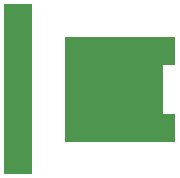
<source format=gbr>
%TF.GenerationSoftware,KiCad,Pcbnew,4.0.5+dfsg1-4*%
%TF.CreationDate,2019-06-07T17:57:55-04:00*%
%TF.ProjectId,u2f,7532662E6B696361645F706362000000,rev?*%
%TF.FileFunction,Soldermask,Bot*%
%FSLAX46Y46*%
G04 Gerber Fmt 4.6, Leading zero omitted, Abs format (unit mm)*
G04 Created by KiCad (PCBNEW 4.0.5+dfsg1-4) date Fri Jun  7 17:57:55 2019*
%MOMM*%
%LPD*%
G01*
G04 APERTURE LIST*
%ADD10C,0.100000*%
%ADD11R,2.400000X14.400000*%
%ADD12R,8.400000X2.400000*%
%ADD13R,9.400000X2.400000*%
%ADD14R,1.400000X1.400000*%
G04 APERTURE END LIST*
D10*
D11*
X140716000Y-104648000D03*
D12*
X148844000Y-103632000D03*
X148844000Y-105791000D03*
D13*
X149352000Y-107950000D03*
X149352000Y-101473000D03*
D14*
X145415000Y-101600000D03*
M02*

</source>
